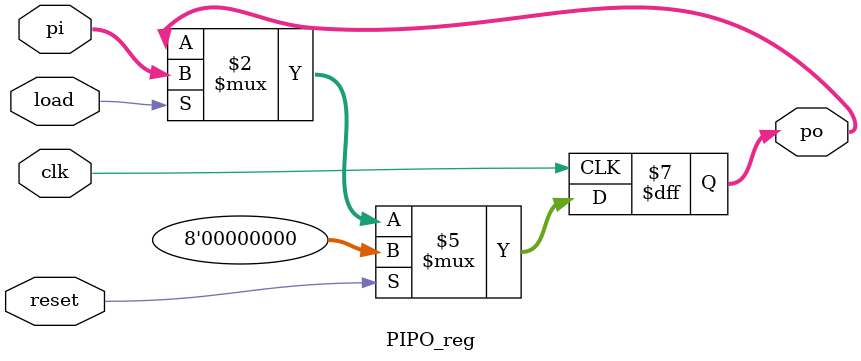
<source format=v>
`timescale 1ns / 1ps


module PIPO_reg #(parameter n=8)(
input clk,reset,load,
input[n-1:0]pi,
output reg [n-1:0]po
    );
    always@(posedge clk)
    begin
    if(reset)
    po<=0;
    else if(load)
    po<=pi;
    end

endmodule

</source>
